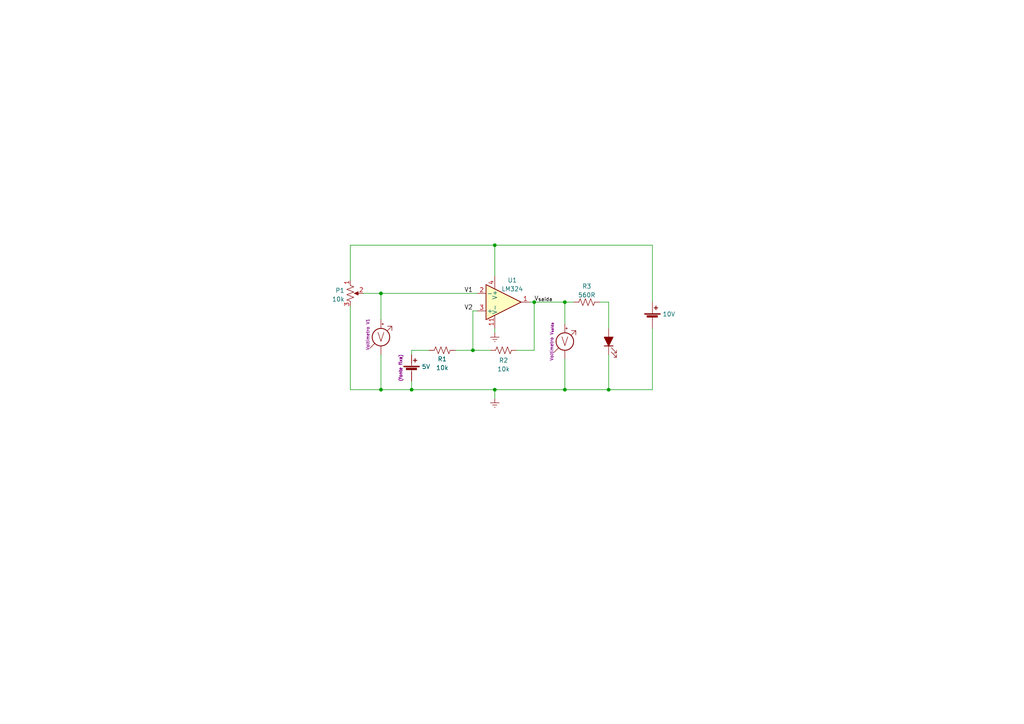
<source format=kicad_sch>
(kicad_sch (version 20211123) (generator eeschema)
  (paper "A4")
  (lib_symbols
    (symbol "Device:Battery_Cell" (pin_numbers hide) (pin_names (offset 0) hide)
      (property "Reference" "BT" (at 2.54 2.54 0))
      (property "Value" "Battery_Cell" (at 2.54 0 0))
      (symbol "Battery_Cell_0_1"
        (rectangle (start -2.286 1.778) (end 2.286 1.524) (fill (type outline)))
        (rectangle (start -1.5748 1.1938) (end 1.4732 0.6858) (fill (type outline)))
        (polyline (pts (xy 0 0.762) (xy 0 0)))
        (polyline (pts (xy 0 1.778) (xy 0 2.54)))
        (polyline (pts (xy 0.508 3.429) (xy 1.524 3.429)) (stroke (width 0.254)))
        (polyline (pts (xy 1.016 3.937) (xy 1.016 2.921)) (stroke (width 0.254)))
      )
      (symbol "Battery_Cell_1_1"
        (pin passive line (at 0 5.08 270) (length 2.54) (name "+") (number "1"))
        (pin passive line (at 0 -2.54 90) (length 2.54) (name "-") (number "2"))
      )
    )
    (symbol "Device:LED_Filled" (pin_numbers hide) (pin_names (offset 1.016) hide)
      (property "Reference" "D" (at 0 2.54 0))
      (property "Value" "LED_Filled" (at 0 -2.54 0))
      (symbol "LED_Filled_0_1"
        (polyline (pts (xy -1.27 -1.27) (xy -1.27 1.27)) (stroke (width 0.254)))
        (polyline (pts (xy -1.27 0) (xy 1.27 0)))
        (polyline (pts (xy 1.27 -1.27) (xy 1.27 1.27) (xy -1.27 0) (xy 1.27 -1.27)) (stroke (width 0.254)) (fill (type outline)))
        (polyline (pts (xy -3.048 -0.762) (xy -4.572 -2.286) (xy -3.81 -2.286) (xy -4.572 -2.286) (xy -4.572 -1.524)))
        (polyline (pts (xy -1.778 -0.762) (xy -3.302 -2.286) (xy -2.54 -2.286) (xy -3.302 -2.286) (xy -3.302 -1.524)))
      )
      (symbol "LED_Filled_1_1"
        (pin passive line (at -3.81 0 0) (length 2.54) (name "K") (number "1"))
        (pin passive line (at 3.81 0 180) (length 2.54) (name "A") (number "2"))
      )
    )
    (symbol "Device:R_Potentiometer_US" (pin_names (offset 1.016) hide)
      (property "Reference" "RV" (at -4.445 0 90))
      (property "Value" "R_Potentiometer_US" (at -2.54 0 90))
      (symbol "R_Potentiometer_US_0_1"
        (polyline (pts (xy 0 -2.286) (xy 0 -2.54)))
        (polyline (pts (xy 0 2.54) (xy 0 2.286)))
        (polyline (pts (xy 2.54 0) (xy 1.524 0)))
        (polyline (pts (xy 1.143 0) (xy 2.286 0.508) (xy 2.286 -0.508) (xy 1.143 0)) (fill (type outline)))
        (polyline (pts (xy 0 -0.762) (xy 1.016 -1.143) (xy 0 -1.524) (xy -1.016 -1.905) (xy 0 -2.286)))
        (polyline (pts (xy 0 0.762) (xy 1.016 0.381) (xy 0 0) (xy -1.016 -0.381) (xy 0 -0.762)))
        (polyline (pts (xy 0 2.286) (xy 1.016 1.905) (xy 0 1.524) (xy -1.016 1.143) (xy 0 0.762)))
      )
      (symbol "R_Potentiometer_US_1_1"
        (pin passive line (at 0 3.81 270) (length 1.27) (name "1") (number "1"))
        (pin passive line (at 3.81 0 180) (length 1.27) (name "2") (number "2"))
        (pin passive line (at 0 -3.81 90) (length 1.27) (name "3") (number "3"))
      )
    )
    (symbol "Device:R_US" (pin_numbers hide) (pin_names (offset 0))
      (property "Reference" "R" (at 2.54 0 90))
      (property "Value" "R_US" (at -2.54 0 90))
      (symbol "R_US_0_1"
        (polyline (pts (xy 0 -2.286) (xy 0 -2.54)))
        (polyline (pts (xy 0 2.286) (xy 0 2.54)))
        (polyline (pts (xy 0 -0.762) (xy 1.016 -1.143) (xy 0 -1.524) (xy -1.016 -1.905) (xy 0 -2.286)))
        (polyline (pts (xy 0 0.762) (xy 1.016 0.381) (xy 0 0) (xy -1.016 -0.381) (xy 0 -0.762)))
        (polyline (pts (xy 0 2.286) (xy 1.016 1.905) (xy 0 1.524) (xy -1.016 1.143) (xy 0 0.762)))
      )
      (symbol "R_US_1_1"
        (pin passive line (at 0 3.81 270) (length 1.27) (name "~") (number "1"))
        (pin passive line (at 0 -3.81 90) (length 1.27) (name "~") (number "2"))
      )
    )
    (symbol "Device:Voltmeter_DC" (pin_numbers hide) (pin_names (offset 0.0254) hide)
      (property "Reference" "MES" (at -3.302 1.016 0))
      (property "Value" "Voltmeter_DC" (at -3.302 -0.762 0))
      (symbol "Voltmeter_DC_0_0"
        (polyline (pts (xy -3.175 -3.175) (xy -1.905 -1.905)))
        (polyline (pts (xy 1.905 1.905) (xy 3.175 3.175)))
        (polyline (pts (xy 1.905 3.175) (xy 3.175 3.175) (xy 3.175 1.905)))
        (text "V" (at 0 0 0) (effects (font (size 2.54 2.54))))
      )
      (symbol "Voltmeter_DC_0_1"
        (polyline (pts (xy 0.254 3.81) (xy 0.762 3.81)))
        (polyline (pts (xy 0.508 4.064) (xy 0.508 3.556)))
        (circle (center 0 0) (radius 2.54) (stroke (width 0.254)))
      )
      (symbol "Voltmeter_DC_1_1"
        (pin passive line (at 0 -5.08 90) (length 2.54) (name "-") (number "1"))
        (pin passive line (at 0 5.08 270) (length 2.54) (name "+") (number "2"))
      )
    )
    (symbol "power:Earth" (power) (pin_names (offset 0))
      (symbol "Earth_0_1"
        (polyline (pts (xy -0.635 -1.905) (xy 0.635 -1.905)))
        (polyline (pts (xy -0.127 -2.54) (xy 0.127 -2.54)))
        (polyline (pts (xy 0 -1.27) (xy 0 0)))
        (polyline (pts (xy 1.27 -1.27) (xy -1.27 -1.27)))
      )
      (symbol "Earth_1_1"
        (pin power_in line (at 0 0 270) (length 0) hide (name "Earth") (number "1"))
      )
    )
    (symbol "pspice:OPAMP" (pin_names (offset 0.254))
      (property "Reference" "U1" (at 3.81 6.35 0))
      (property "Value" "LM324" (at 2.54 3.81 0))
      (symbol "OPAMP_0_1"
        (polyline (pts (xy 5.08 0) (xy -5.08 5.08) (xy -5.08 -5.08) (xy 5.08 0)) (stroke (width 0.254)) (fill (type background)))
      )
      (symbol "OPAMP_1_1"
        (pin output line (at 7.62 0 180) (length 2.54) (name "~") (number "1"))
        (pin power_in line (at -2.54 -7.62 90) (length 3.81) (name "V-") (number "11"))
        (pin input line (at -7.62 2.54 0) (length 2.54) (name "-") (number "2"))
        (pin input line (at -7.62 -2.54 0) (length 2.54) (name "+") (number "3"))
        (pin power_in line (at -2.54 7.62 270) (length 3.81) (name "V+") (number "4"))
      )
    )
  )
  (junction (at 143.51 113.03))
  (junction (at 119.38 113.03))
  (junction (at 110.49 85.09))
  (junction (at 176.53 113.03))
  (junction (at 137.16 101.6))
  (junction (at 154.94 87.63))
  (junction (at 163.83 113.03))
  (junction (at 163.83 87.63))
  (junction (at 110.49 113.03))
  (junction (at 143.51 71.12))
  (wire (pts (xy 101.6 88.9) (xy 101.6 113.03)))
  (wire (pts (xy 163.83 87.63) (xy 163.83 93.98)))
  (wire (pts (xy 143.51 80.01) (xy 143.51 71.12)))
  (wire (pts (xy 153.67 87.63) (xy 154.94 87.63)))
  (wire (pts (xy 132.08 101.6) (xy 137.16 101.6)))
  (wire (pts (xy 163.83 87.63) (xy 166.37 87.63)))
  (wire (pts (xy 110.49 113.03) (xy 119.38 113.03)))
  (wire (pts (xy 137.16 90.17) (xy 137.16 101.6)))
  (wire (pts (xy 119.38 101.6) (xy 124.46 101.6)))
  (wire (pts (xy 105.41 85.09) (xy 110.49 85.09)))
  (wire (pts (xy 110.49 102.87) (xy 110.49 113.03)))
  (wire (pts (xy 176.53 87.63) (xy 176.53 95.25)))
  (wire (pts (xy 143.51 113.03) (xy 143.51 115.57)))
  (wire (pts (xy 189.23 95.25) (xy 189.23 113.03)))
  (wire (pts (xy 143.51 113.03) (xy 163.83 113.03)))
  (wire (pts (xy 143.51 71.12) (xy 189.23 71.12)))
  (wire (pts (xy 119.38 113.03) (xy 143.51 113.03)))
  (wire (pts (xy 119.38 110.49) (xy 119.38 113.03)))
  (wire (pts (xy 163.83 104.14) (xy 163.83 113.03)))
  (wire (pts (xy 137.16 90.17) (xy 138.43 90.17)))
  (wire (pts (xy 176.53 102.87) (xy 176.53 113.03)))
  (wire (pts (xy 149.86 101.6) (xy 154.94 101.6)))
  (wire (pts (xy 163.83 113.03) (xy 176.53 113.03)))
  (wire (pts (xy 101.6 113.03) (xy 110.49 113.03)))
  (wire (pts (xy 154.94 101.6) (xy 154.94 87.63)))
  (wire (pts (xy 110.49 85.09) (xy 138.43 85.09)))
  (wire (pts (xy 137.16 101.6) (xy 142.24 101.6)))
  (wire (pts (xy 101.6 71.12) (xy 143.51 71.12)))
  (wire (pts (xy 110.49 85.09) (xy 110.49 92.71)))
  (wire (pts (xy 173.99 87.63) (xy 176.53 87.63)))
  (wire (pts (xy 101.6 71.12) (xy 101.6 81.28)))
  (wire (pts (xy 189.23 71.12) (xy 189.23 87.63)))
  (wire (pts (xy 154.94 87.63) (xy 163.83 87.63)))
  (wire (pts (xy 143.51 95.25) (xy 143.51 96.52)))
  (wire (pts (xy 176.53 113.03) (xy 189.23 113.03)))
  (wire (pts (xy 119.38 101.6) (xy 119.38 102.87)))
  (label "V_{saída}" (at 154.94 87.63 0))
  (label "V1" (at 137.16 85.09 180))
  (label "V2" (at 137.16 90.17 180))
  (symbol (lib_id "Device:R_Potentiometer_US") (at 101.6 85.09 0) (unit 1)
    (property "Reference" "P1" (at 99.9491 84.2553 0) (effects (justify right)))
    (property "Value" "10k" (at 99.9491 86.7922 0) (effects (justify right)))
  )
  (symbol (lib_id "Device:Voltmeter_DC") (at 110.49 97.79 0) (unit 1)
    (property "Reference" "MES1" (effects hide))
    (property "Value" "Voltmeter_DC" (effects hide))
    (property "Observação" "Voltímetro V1" (at 106.68 101.6 90) (effects (font (size 0.889 0.889)) (justify left)))
  )
  (symbol (lib_id "pspice:OPAMP") (at 146.05 87.63 0) (unit 1)
    (property "Reference" "U1" (at 148.59 81.28 0))
    (property "Value" "LM324" (at 148.59 83.82 0))
  )
  (symbol (lib_id "Device:Battery_Cell") (at 189.23 92.71 0) (unit 1)
    (property "Reference" "BT2" (effects hide))
    (property "Value" "10V" (at 192.151 91.1118 0) (effects (justify left)))
    (property "Observação" "(fonte da bancada)" (effects hide))
  )
  (symbol (lib_id "Device:LED_Filled") (at 176.53 99.06 90) (unit 1)
    (property "Reference" "D1" (effects hide))
    (property "Value" "LED" (effects hide))
  )
  (symbol (lib_id "Device:R_US") (at 128.27 101.6 90) (unit 1)
    (property "Reference" "R1" (at 128.27 104.14 90))
    (property "Value" "10k" (at 128.27 106.6769 90))
  )
  (symbol (lib_id "Device:R_US") (at 170.18 87.63 90) (unit 1)
    (property "Reference" "R3" (at 170.18 83.0412 90))
    (property "Value" "560R" (at 170.18 85.5781 90))
  )
  (symbol (lib_id "power:Earth") (at 143.51 115.57 0) (unit 1)
    (property "Reference" "#PWR?" (effects hide))
    (property "Value" "Earth" (effects hide))
  )
  (symbol (lib_id "power:Earth") (at 143.51 96.52 0) (unit 1)
    (property "Reference" "#PWR01" (effects hide))
    (property "Value" "Earth" (effects hide))
  )
  (symbol (lib_id "Device:Voltmeter_DC") (at 163.83 99.06 0) (unit 1)
    (property "Reference" "MES2" (effects hide))
    (property "Value" "Voltmeter_DC" (effects hide))
    (property "Observação" "Voltímetro V_{saída}" (at 160.02 99.06 90) (effects (font (size 0.889 0.889))))
  )
  (symbol (lib_id "Device:Battery_Cell") (at 119.38 107.95 0) (unit 1)
    (property "Reference" "BT1" (effects hide))
    (property "Value" "5V" (at 122.301 106.3518 0) (effects (justify left)))
    (property "Observação" "(fonte fixa)" (at 116.205 106.68 90) (effects (font (size 0.889 0.889))))
  )
  (symbol (lib_id "Device:R_US") (at 146.05 101.6 90) (unit 1)
    (property "Reference" "R2" (at 146.05 104.5194 90))
    (property "Value" "10k" (at 146.05 107.0563 90))
  )
)
</source>
